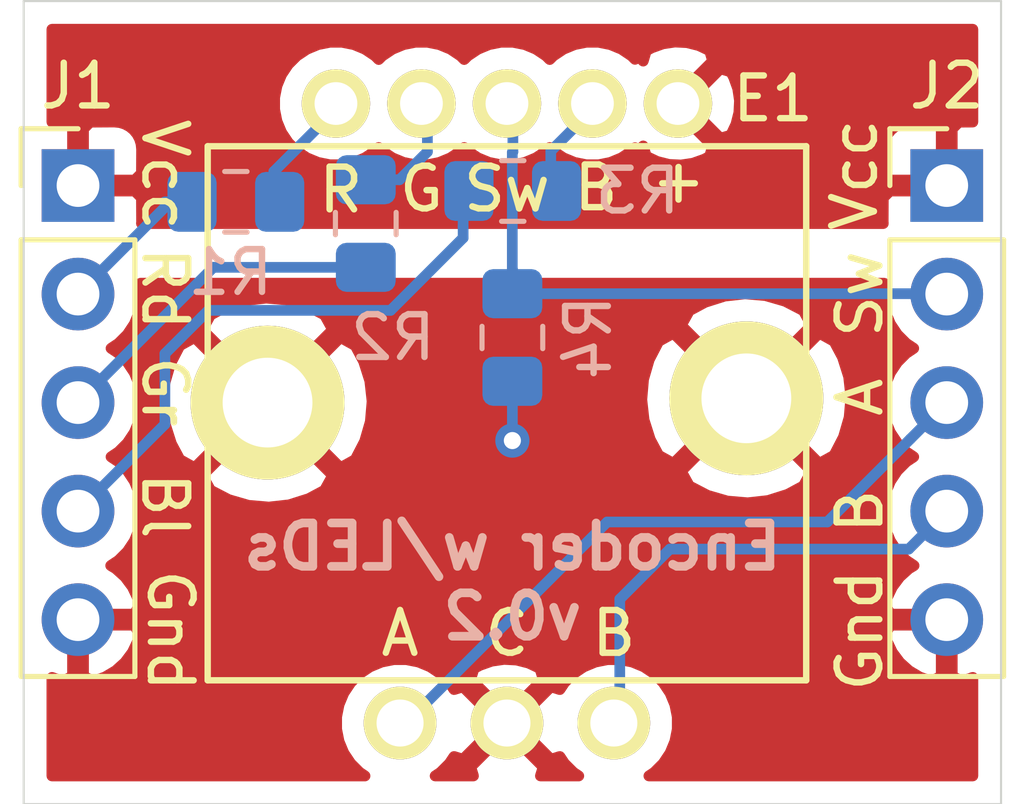
<source format=kicad_pcb>
(kicad_pcb (version 20171130) (host pcbnew "(5.1.5)-3")

  (general
    (thickness 1.6)
    (drawings 15)
    (tracks 37)
    (zones 0)
    (modules 7)
    (nets 12)
  )

  (page A4)
  (layers
    (0 F.Cu signal)
    (31 B.Cu signal)
    (32 B.Adhes user hide)
    (33 F.Adhes user hide)
    (34 B.Paste user hide)
    (35 F.Paste user hide)
    (36 B.SilkS user)
    (37 F.SilkS user)
    (38 B.Mask user)
    (39 F.Mask user)
    (40 Dwgs.User user hide)
    (41 Cmts.User user hide)
    (42 Eco1.User user hide)
    (43 Eco2.User user hide)
    (44 Edge.Cuts user)
    (45 Margin user hide)
    (46 B.CrtYd user hide)
    (47 F.CrtYd user hide)
    (48 B.Fab user hide)
    (49 F.Fab user hide)
  )

  (setup
    (last_trace_width 0.25)
    (user_trace_width 0.381)
    (trace_clearance 0.2)
    (zone_clearance 0.508)
    (zone_45_only yes)
    (trace_min 0.2)
    (via_size 0.8)
    (via_drill 0.4)
    (via_min_size 0.4)
    (via_min_drill 0.3)
    (uvia_size 0.3)
    (uvia_drill 0.1)
    (uvias_allowed no)
    (uvia_min_size 0.2)
    (uvia_min_drill 0.1)
    (edge_width 0.05)
    (segment_width 0.2)
    (pcb_text_width 0.3)
    (pcb_text_size 1.5 1.5)
    (mod_edge_width 0.12)
    (mod_text_size 1 1)
    (mod_text_width 0.15)
    (pad_size 1.524 1.524)
    (pad_drill 0.762)
    (pad_to_mask_clearance 0.051)
    (solder_mask_min_width 0.25)
    (aux_axis_origin 0 0)
    (visible_elements 7FFFFFFF)
    (pcbplotparams
      (layerselection 0x010f0_ffffffff)
      (usegerberextensions false)
      (usegerberattributes false)
      (usegerberadvancedattributes false)
      (creategerberjobfile false)
      (excludeedgelayer true)
      (linewidth 0.100000)
      (plotframeref false)
      (viasonmask false)
      (mode 1)
      (useauxorigin false)
      (hpglpennumber 1)
      (hpglpenspeed 20)
      (hpglpendiameter 15.000000)
      (psnegative false)
      (psa4output false)
      (plotreference true)
      (plotvalue true)
      (plotinvisibletext false)
      (padsonsilk false)
      (subtractmaskfromsilk false)
      (outputformat 1)
      (mirror false)
      (drillshape 0)
      (scaleselection 1)
      (outputdirectory "Gerbers/"))
  )

  (net 0 "")
  (net 1 GND)
  (net 2 VCC)
  (net 3 "Net-(J1-Pad4)")
  (net 4 "Net-(J1-Pad3)")
  (net 5 "Net-(J1-Pad2)")
  (net 6 /Rd)
  (net 7 /Gr)
  (net 8 /Bl)
  (net 9 /A)
  (net 10 /B)
  (net 11 /Sw)

  (net_class Default "This is the default net class."
    (clearance 0.2)
    (trace_width 0.25)
    (via_dia 0.8)
    (via_drill 0.4)
    (uvia_dia 0.3)
    (uvia_drill 0.1)
    (add_net /A)
    (add_net /B)
    (add_net /Bl)
    (add_net /Gr)
    (add_net /Rd)
    (add_net /Sw)
    (add_net GND)
    (add_net "Net-(J1-Pad2)")
    (add_net "Net-(J1-Pad3)")
    (add_net "Net-(J1-Pad4)")
    (add_net VCC)
  )

  (module Resistor_SMD:R_0805_2012Metric_Pad1.15x1.40mm_HandSolder (layer B.Cu) (tedit 5B36C52B) (tstamp 5F9E17CC)
    (at 197.231 128.016 270)
    (descr "Resistor SMD 0805 (2012 Metric), square (rectangular) end terminal, IPC_7351 nominal with elongated pad for handsoldering. (Body size source: https://docs.google.com/spreadsheets/d/1BsfQQcO9C6DZCsRaXUlFlo91Tg2WpOkGARC1WS5S8t0/edit?usp=sharing), generated with kicad-footprint-generator")
    (tags "resistor handsolder")
    (path /5F8693C7)
    (attr smd)
    (fp_text reference R2 (at 2.667 -0.635 180) (layer B.SilkS)
      (effects (font (size 1 1) (thickness 0.15)) (justify mirror))
    )
    (fp_text value 330 (at 0 -1.65 90) (layer B.Fab)
      (effects (font (size 1 1) (thickness 0.15)) (justify mirror))
    )
    (fp_line (start -1 -0.6) (end -1 0.6) (layer B.Fab) (width 0.1))
    (fp_line (start -1 0.6) (end 1 0.6) (layer B.Fab) (width 0.1))
    (fp_line (start 1 0.6) (end 1 -0.6) (layer B.Fab) (width 0.1))
    (fp_line (start 1 -0.6) (end -1 -0.6) (layer B.Fab) (width 0.1))
    (fp_line (start -0.261252 0.71) (end 0.261252 0.71) (layer B.SilkS) (width 0.12))
    (fp_line (start -0.261252 -0.71) (end 0.261252 -0.71) (layer B.SilkS) (width 0.12))
    (fp_line (start -1.85 -0.95) (end -1.85 0.95) (layer B.CrtYd) (width 0.05))
    (fp_line (start -1.85 0.95) (end 1.85 0.95) (layer B.CrtYd) (width 0.05))
    (fp_line (start 1.85 0.95) (end 1.85 -0.95) (layer B.CrtYd) (width 0.05))
    (fp_line (start 1.85 -0.95) (end -1.85 -0.95) (layer B.CrtYd) (width 0.05))
    (fp_text user %R (at 0 0 90) (layer B.Fab)
      (effects (font (size 0.5 0.5) (thickness 0.08)) (justify mirror))
    )
    (pad 1 smd roundrect (at -1.025 0 270) (size 1.15 1.4) (layers B.Cu B.Paste B.Mask) (roundrect_rratio 0.217391)
      (net 7 /Gr))
    (pad 2 smd roundrect (at 1.025 0 270) (size 1.15 1.4) (layers B.Cu B.Paste B.Mask) (roundrect_rratio 0.217391)
      (net 4 "Net-(J1-Pad3)"))
    (model ${KISYS3DMOD}/Resistor_SMD.3dshapes/R_0805_2012Metric.wrl
      (at (xyz 0 0 0))
      (scale (xyz 1 1 1))
      (rotate (xyz 0 0 0))
    )
  )

  (module Connector_PinHeader_2.54mm:PinHeader_1x05_P2.54mm_Vertical (layer F.Cu) (tedit 59FED5CC) (tstamp 5F86B0A2)
    (at 210.82 127.127)
    (descr "Through hole straight pin header, 1x05, 2.54mm pitch, single row")
    (tags "Through hole pin header THT 1x05 2.54mm single row")
    (path /5F86472F)
    (fp_text reference J2 (at 0 -2.33) (layer F.SilkS)
      (effects (font (size 1 1) (thickness 0.15)))
    )
    (fp_text value Conn_01x05 (at 0 12.49) (layer F.Fab)
      (effects (font (size 1 1) (thickness 0.15)))
    )
    (fp_line (start -0.635 -1.27) (end 1.27 -1.27) (layer F.Fab) (width 0.1))
    (fp_line (start 1.27 -1.27) (end 1.27 11.43) (layer F.Fab) (width 0.1))
    (fp_line (start 1.27 11.43) (end -1.27 11.43) (layer F.Fab) (width 0.1))
    (fp_line (start -1.27 11.43) (end -1.27 -0.635) (layer F.Fab) (width 0.1))
    (fp_line (start -1.27 -0.635) (end -0.635 -1.27) (layer F.Fab) (width 0.1))
    (fp_line (start -1.33 11.49) (end 1.33 11.49) (layer F.SilkS) (width 0.12))
    (fp_line (start -1.33 1.27) (end -1.33 11.49) (layer F.SilkS) (width 0.12))
    (fp_line (start 1.33 1.27) (end 1.33 11.49) (layer F.SilkS) (width 0.12))
    (fp_line (start -1.33 1.27) (end 1.33 1.27) (layer F.SilkS) (width 0.12))
    (fp_line (start -1.33 0) (end -1.33 -1.33) (layer F.SilkS) (width 0.12))
    (fp_line (start -1.33 -1.33) (end 0 -1.33) (layer F.SilkS) (width 0.12))
    (fp_line (start -1.8 -1.8) (end -1.8 11.95) (layer F.CrtYd) (width 0.05))
    (fp_line (start -1.8 11.95) (end 1.8 11.95) (layer F.CrtYd) (width 0.05))
    (fp_line (start 1.8 11.95) (end 1.8 -1.8) (layer F.CrtYd) (width 0.05))
    (fp_line (start 1.8 -1.8) (end -1.8 -1.8) (layer F.CrtYd) (width 0.05))
    (fp_text user %R (at 0 5.08 90) (layer F.Fab)
      (effects (font (size 1 1) (thickness 0.15)))
    )
    (pad 1 thru_hole rect (at 0 0) (size 1.7 1.7) (drill 1) (layers *.Cu *.Mask)
      (net 2 VCC))
    (pad 2 thru_hole oval (at 0 2.54) (size 1.7 1.7) (drill 1) (layers *.Cu *.Mask)
      (net 11 /Sw))
    (pad 3 thru_hole oval (at 0 5.08) (size 1.7 1.7) (drill 1) (layers *.Cu *.Mask)
      (net 9 /A))
    (pad 4 thru_hole oval (at 0 7.62) (size 1.7 1.7) (drill 1) (layers *.Cu *.Mask)
      (net 10 /B))
    (pad 5 thru_hole oval (at 0 10.16) (size 1.7 1.7) (drill 1) (layers *.Cu *.Mask)
      (net 1 GND))
    (model ${KISYS3DMOD}/Connector_PinHeader_2.54mm.3dshapes/PinHeader_1x05_P2.54mm_Vertical.wrl
      (at (xyz 0 0 0))
      (scale (xyz 1 1 1))
      (rotate (xyz 0 0 0))
    )
  )

  (module Connector_PinHeader_2.54mm:PinHeader_1x05_P2.54mm_Vertical (layer F.Cu) (tedit 59FED5CC) (tstamp 5F86A54C)
    (at 190.5 127.127)
    (descr "Through hole straight pin header, 1x05, 2.54mm pitch, single row")
    (tags "Through hole pin header THT 1x05 2.54mm single row")
    (path /5F864A7D)
    (fp_text reference J1 (at 0 -2.33) (layer F.SilkS)
      (effects (font (size 1 1) (thickness 0.15)))
    )
    (fp_text value Conn_01x05 (at 0 12.49) (layer F.Fab)
      (effects (font (size 1 1) (thickness 0.15)))
    )
    (fp_text user %R (at 0 5.08 90) (layer F.Fab)
      (effects (font (size 1 1) (thickness 0.15)))
    )
    (fp_line (start 1.8 -1.8) (end -1.8 -1.8) (layer F.CrtYd) (width 0.05))
    (fp_line (start 1.8 11.95) (end 1.8 -1.8) (layer F.CrtYd) (width 0.05))
    (fp_line (start -1.8 11.95) (end 1.8 11.95) (layer F.CrtYd) (width 0.05))
    (fp_line (start -1.8 -1.8) (end -1.8 11.95) (layer F.CrtYd) (width 0.05))
    (fp_line (start -1.33 -1.33) (end 0 -1.33) (layer F.SilkS) (width 0.12))
    (fp_line (start -1.33 0) (end -1.33 -1.33) (layer F.SilkS) (width 0.12))
    (fp_line (start -1.33 1.27) (end 1.33 1.27) (layer F.SilkS) (width 0.12))
    (fp_line (start 1.33 1.27) (end 1.33 11.49) (layer F.SilkS) (width 0.12))
    (fp_line (start -1.33 1.27) (end -1.33 11.49) (layer F.SilkS) (width 0.12))
    (fp_line (start -1.33 11.49) (end 1.33 11.49) (layer F.SilkS) (width 0.12))
    (fp_line (start -1.27 -0.635) (end -0.635 -1.27) (layer F.Fab) (width 0.1))
    (fp_line (start -1.27 11.43) (end -1.27 -0.635) (layer F.Fab) (width 0.1))
    (fp_line (start 1.27 11.43) (end -1.27 11.43) (layer F.Fab) (width 0.1))
    (fp_line (start 1.27 -1.27) (end 1.27 11.43) (layer F.Fab) (width 0.1))
    (fp_line (start -0.635 -1.27) (end 1.27 -1.27) (layer F.Fab) (width 0.1))
    (pad 5 thru_hole oval (at 0 10.16) (size 1.7 1.7) (drill 1) (layers *.Cu *.Mask)
      (net 1 GND))
    (pad 4 thru_hole oval (at 0 7.62) (size 1.7 1.7) (drill 1) (layers *.Cu *.Mask)
      (net 3 "Net-(J1-Pad4)"))
    (pad 3 thru_hole oval (at 0 5.08) (size 1.7 1.7) (drill 1) (layers *.Cu *.Mask)
      (net 4 "Net-(J1-Pad3)"))
    (pad 2 thru_hole oval (at 0 2.54) (size 1.7 1.7) (drill 1) (layers *.Cu *.Mask)
      (net 5 "Net-(J1-Pad2)"))
    (pad 1 thru_hole rect (at 0 0) (size 1.7 1.7) (drill 1) (layers *.Cu *.Mask)
      (net 2 VCC))
    (model ${KISYS3DMOD}/Connector_PinHeader_2.54mm.3dshapes/PinHeader_1x05_P2.54mm_Vertical.wrl
      (at (xyz 0 0 0))
      (scale (xyz 1 1 1))
      (rotate (xyz 0 0 0))
    )
  )

  (module Resistor_SMD:R_0805_2012Metric_Pad1.15x1.40mm_HandSolder (layer B.Cu) (tedit 5B36C52B) (tstamp 5F9E17BB)
    (at 200.669 127.254 180)
    (descr "Resistor SMD 0805 (2012 Metric), square (rectangular) end terminal, IPC_7351 nominal with elongated pad for handsoldering. (Body size source: https://docs.google.com/spreadsheets/d/1BsfQQcO9C6DZCsRaXUlFlo91Tg2WpOkGARC1WS5S8t0/edit?usp=sharing), generated with kicad-footprint-generator")
    (tags "resistor handsolder")
    (path /5F86A381)
    (attr smd)
    (fp_text reference R3 (at -2.921 0) (layer B.SilkS)
      (effects (font (size 1 1) (thickness 0.15)) (justify mirror))
    )
    (fp_text value 820 (at 0 -1.65) (layer B.Fab)
      (effects (font (size 1 1) (thickness 0.15)) (justify mirror))
    )
    (fp_text user %R (at 0 0) (layer B.Fab)
      (effects (font (size 0.5 0.5) (thickness 0.08)) (justify mirror))
    )
    (fp_line (start 1.85 -0.95) (end -1.85 -0.95) (layer B.CrtYd) (width 0.05))
    (fp_line (start 1.85 0.95) (end 1.85 -0.95) (layer B.CrtYd) (width 0.05))
    (fp_line (start -1.85 0.95) (end 1.85 0.95) (layer B.CrtYd) (width 0.05))
    (fp_line (start -1.85 -0.95) (end -1.85 0.95) (layer B.CrtYd) (width 0.05))
    (fp_line (start -0.261252 -0.71) (end 0.261252 -0.71) (layer B.SilkS) (width 0.12))
    (fp_line (start -0.261252 0.71) (end 0.261252 0.71) (layer B.SilkS) (width 0.12))
    (fp_line (start 1 -0.6) (end -1 -0.6) (layer B.Fab) (width 0.1))
    (fp_line (start 1 0.6) (end 1 -0.6) (layer B.Fab) (width 0.1))
    (fp_line (start -1 0.6) (end 1 0.6) (layer B.Fab) (width 0.1))
    (fp_line (start -1 -0.6) (end -1 0.6) (layer B.Fab) (width 0.1))
    (pad 2 smd roundrect (at 1.025 0 180) (size 1.15 1.4) (layers B.Cu B.Paste B.Mask) (roundrect_rratio 0.217391)
      (net 3 "Net-(J1-Pad4)"))
    (pad 1 smd roundrect (at -1.025 0 180) (size 1.15 1.4) (layers B.Cu B.Paste B.Mask) (roundrect_rratio 0.217391)
      (net 8 /Bl))
    (model ${KISYS3DMOD}/Resistor_SMD.3dshapes/R_0805_2012Metric.wrl
      (at (xyz 0 0 0))
      (scale (xyz 1 1 1))
      (rotate (xyz 0 0 0))
    )
  )

  (module Resistor_SMD:R_0805_2012Metric_Pad1.15x1.40mm_HandSolder (layer B.Cu) (tedit 5B36C52B) (tstamp 5F9E17DD)
    (at 194.192 127.508 180)
    (descr "Resistor SMD 0805 (2012 Metric), square (rectangular) end terminal, IPC_7351 nominal with elongated pad for handsoldering. (Body size source: https://docs.google.com/spreadsheets/d/1BsfQQcO9C6DZCsRaXUlFlo91Tg2WpOkGARC1WS5S8t0/edit?usp=sharing), generated with kicad-footprint-generator")
    (tags "resistor handsolder")
    (path /5F869EC1)
    (attr smd)
    (fp_text reference R1 (at 0.127 -1.651) (layer B.SilkS)
      (effects (font (size 1 1) (thickness 0.15)) (justify mirror))
    )
    (fp_text value 330 (at 0 -1.65) (layer B.Fab)
      (effects (font (size 1 1) (thickness 0.15)) (justify mirror))
    )
    (fp_line (start -1 -0.6) (end -1 0.6) (layer B.Fab) (width 0.1))
    (fp_line (start -1 0.6) (end 1 0.6) (layer B.Fab) (width 0.1))
    (fp_line (start 1 0.6) (end 1 -0.6) (layer B.Fab) (width 0.1))
    (fp_line (start 1 -0.6) (end -1 -0.6) (layer B.Fab) (width 0.1))
    (fp_line (start -0.261252 0.71) (end 0.261252 0.71) (layer B.SilkS) (width 0.12))
    (fp_line (start -0.261252 -0.71) (end 0.261252 -0.71) (layer B.SilkS) (width 0.12))
    (fp_line (start -1.85 -0.95) (end -1.85 0.95) (layer B.CrtYd) (width 0.05))
    (fp_line (start -1.85 0.95) (end 1.85 0.95) (layer B.CrtYd) (width 0.05))
    (fp_line (start 1.85 0.95) (end 1.85 -0.95) (layer B.CrtYd) (width 0.05))
    (fp_line (start 1.85 -0.95) (end -1.85 -0.95) (layer B.CrtYd) (width 0.05))
    (fp_text user %R (at 0 0) (layer B.Fab)
      (effects (font (size 0.5 0.5) (thickness 0.08)) (justify mirror))
    )
    (pad 1 smd roundrect (at -1.025 0 180) (size 1.15 1.4) (layers B.Cu B.Paste B.Mask) (roundrect_rratio 0.217391)
      (net 6 /Rd))
    (pad 2 smd roundrect (at 1.025 0 180) (size 1.15 1.4) (layers B.Cu B.Paste B.Mask) (roundrect_rratio 0.217391)
      (net 5 "Net-(J1-Pad2)"))
    (model ${KISYS3DMOD}/Resistor_SMD.3dshapes/R_0805_2012Metric.wrl
      (at (xyz 0 0 0))
      (scale (xyz 1 1 1))
      (rotate (xyz 0 0 0))
    )
  )

  (module Resistor_SMD:R_0805_2012Metric_Pad1.15x1.40mm_HandSolder (layer B.Cu) (tedit 5B36C52B) (tstamp 5F9EDE4A)
    (at 200.66 130.683 270)
    (descr "Resistor SMD 0805 (2012 Metric), square (rectangular) end terminal, IPC_7351 nominal with elongated pad for handsoldering. (Body size source: https://docs.google.com/spreadsheets/d/1BsfQQcO9C6DZCsRaXUlFlo91Tg2WpOkGARC1WS5S8t0/edit?usp=sharing), generated with kicad-footprint-generator")
    (tags "resistor handsolder")
    (path /5F9EE096)
    (attr smd)
    (fp_text reference R4 (at 0 -1.778 90) (layer B.SilkS)
      (effects (font (size 1 1) (thickness 0.15)) (justify mirror))
    )
    (fp_text value 2K (at 0 -1.65 90) (layer B.Fab)
      (effects (font (size 1 1) (thickness 0.15)) (justify mirror))
    )
    (fp_line (start -1 -0.6) (end -1 0.6) (layer B.Fab) (width 0.1))
    (fp_line (start -1 0.6) (end 1 0.6) (layer B.Fab) (width 0.1))
    (fp_line (start 1 0.6) (end 1 -0.6) (layer B.Fab) (width 0.1))
    (fp_line (start 1 -0.6) (end -1 -0.6) (layer B.Fab) (width 0.1))
    (fp_line (start -0.261252 0.71) (end 0.261252 0.71) (layer B.SilkS) (width 0.12))
    (fp_line (start -0.261252 -0.71) (end 0.261252 -0.71) (layer B.SilkS) (width 0.12))
    (fp_line (start -1.85 -0.95) (end -1.85 0.95) (layer B.CrtYd) (width 0.05))
    (fp_line (start -1.85 0.95) (end 1.85 0.95) (layer B.CrtYd) (width 0.05))
    (fp_line (start 1.85 0.95) (end 1.85 -0.95) (layer B.CrtYd) (width 0.05))
    (fp_line (start 1.85 -0.95) (end -1.85 -0.95) (layer B.CrtYd) (width 0.05))
    (fp_text user %R (at 0 0 90) (layer B.Fab)
      (effects (font (size 0.5 0.5) (thickness 0.08)) (justify mirror))
    )
    (pad 1 smd roundrect (at -1.025 0 270) (size 1.15 1.4) (layers B.Cu B.Paste B.Mask) (roundrect_rratio 0.217391)
      (net 11 /Sw))
    (pad 2 smd roundrect (at 1.025 0 270) (size 1.15 1.4) (layers B.Cu B.Paste B.Mask) (roundrect_rratio 0.217391)
      (net 1 GND))
    (model ${KISYS3DMOD}/Resistor_SMD.3dshapes/R_0805_2012Metric.wrl
      (at (xyz 0 0 0))
      (scale (xyz 1 1 1))
      (rotate (xyz 0 0 0))
    )
  )

  (module BreakoutBoards:QuadEncoder_withLEDS (layer F.Cu) (tedit 5F9EF819) (tstamp 5F9F516A)
    (at 200.533 132.207)
    (path /5FA23D15)
    (fp_text reference E1 (at 6.223 -7.112) (layer F.SilkS)
      (effects (font (size 1 1) (thickness 0.15)))
    )
    (fp_text value ROTARY_ENCDR_LIGHTED (at 0.2 -0.2) (layer F.Fab)
      (effects (font (size 1 1) (thickness 0.15)))
    )
    (fp_text user B (at 2.5 5.4) (layer F.SilkS)
      (effects (font (size 1 1) (thickness 0.15)))
    )
    (fp_text user C (at 0 5.4) (layer F.SilkS)
      (effects (font (size 1 1) (thickness 0.15)))
    )
    (fp_text user A (at -2.5 5.4) (layer F.SilkS)
      (effects (font (size 1 1) (thickness 0.15)))
    )
    (fp_text user B (at 2.0828 -5.0292) (layer F.SilkS)
      (effects (font (size 1 1) (thickness 0.15)))
    )
    (fp_text user R (at -3.8862 -4.9784) (layer F.SilkS)
      (effects (font (size 1 1) (thickness 0.15)))
    )
    (fp_line (start 7 -6) (end -7 -6) (layer F.SilkS) (width 0.15))
    (fp_line (start 7 6.5) (end 7 -6) (layer F.SilkS) (width 0.15))
    (fp_line (start -7 6.5) (end 7 6.5) (layer F.SilkS) (width 0.15))
    (fp_line (start -7 -6) (end -7 6.5) (layer F.SilkS) (width 0.15))
    (fp_text user G (at -2 -5) (layer F.SilkS)
      (effects (font (size 1 1) (thickness 0.15)))
    )
    (fp_text user Sw (at 0 -5) (layer F.SilkS)
      (effects (font (size 1 1) (thickness 0.15)))
    )
    (fp_text user + (at 4.0132 -5.207) (layer F.SilkS)
      (effects (font (size 1 1) (thickness 0.15)))
    )
    (pad 4 thru_hole circle (at 2 -7) (size 1.6 1.6) (drill 1) (layers *.Cu *.Mask F.SilkS)
      (net 8 /Bl))
    (pad 2 thru_hole circle (at -2 -7) (size 1.6 1.6) (drill 1) (layers *.Cu *.Mask F.SilkS)
      (net 7 /Gr))
    (pad 7 thru_hole circle (at 0 7.5) (size 1.7 1.7) (drill 1.1) (layers *.Cu *.Mask F.SilkS)
      (net 1 GND))
    (pad 9 thru_hole circle (at -5.6 0) (size 3.6 3.6) (drill 2.1) (layers *.Cu *.Mask F.SilkS)
      (net 1 GND))
    (pad 8 thru_hole circle (at -2.5 7.5) (size 1.7 1.7) (drill 1.1) (layers *.Cu *.Mask F.SilkS)
      (net 9 /A))
    (pad 6 thru_hole circle (at 2.5 7.5) (size 1.7 1.7) (drill 1.1) (layers *.Cu *.Mask F.SilkS)
      (net 10 /B))
    (pad 3 thru_hole circle (at 0 -7) (size 1.6 1.6) (drill 1) (layers *.Cu *.Mask F.SilkS)
      (net 11 /Sw))
    (pad 5 thru_hole circle (at 4 -7) (size 1.6 1.6) (drill 1) (layers *.Cu *.Mask F.SilkS)
      (net 2 VCC))
    (pad 1 thru_hole circle (at -4 -7) (size 1.6 1.6) (drill 1) (layers *.Cu *.Mask F.SilkS)
      (net 6 /Rd))
    (pad 10 thru_hole circle (at 5.6 -0.1) (size 3.6 3.6) (drill 2.1) (layers *.Cu *.Mask F.SilkS)
      (net 1 GND))
    (model D:/Apps/ioProto16/ioProto16/ioProto16.pretty/QuadratureEncoder.wrl
      (offset (xyz 0 0 -1.574799976348877))
      (scale (xyz 0.4 0.4 0.4))
      (rotate (xyz -90 0 0))
    )
  )

  (gr_text "Encoder w/LEDs\nv0.2" (at 200.66 136.398) (layer B.SilkS)
    (effects (font (size 1.016 1.016) (thickness 0.2032)) (justify mirror))
  )
  (gr_text Vcc (at 208.661 126.873 90) (layer F.SilkS) (tstamp 5F9E0BA4)
    (effects (font (size 1 1) (thickness 0.15)))
  )
  (gr_line (start 189.23 141.605) (end 189.23 122.809) (layer Edge.Cuts) (width 0.05))
  (gr_line (start 212.09 141.605) (end 189.23 141.605) (layer Edge.Cuts) (width 0.05))
  (gr_line (start 212.09 122.809) (end 212.09 141.605) (layer Edge.Cuts) (width 0.05))
  (gr_line (start 189.23 122.809) (end 212.09 122.809) (layer Edge.Cuts) (width 0.05))
  (gr_text Gnd (at 208.788 137.541 90) (layer F.SilkS) (tstamp 5F86BD54)
    (effects (font (size 1 1) (thickness 0.15)))
  )
  (gr_text Sw (at 208.788 129.667 90) (layer F.SilkS) (tstamp 5F86BCEC)
    (effects (font (size 1 1) (thickness 0.15)))
  )
  (gr_text B (at 208.788 134.747 90) (layer F.SilkS) (tstamp 5F86BCEC)
    (effects (font (size 1 1) (thickness 0.15)))
  )
  (gr_text A (at 208.788 132.08 90) (layer F.SilkS) (tstamp 5F86BD6E)
    (effects (font (size 1 1) (thickness 0.15)))
  )
  (gr_text Vcc (at 192.532 126.873 270) (layer F.SilkS) (tstamp 5F86BCEC)
    (effects (font (size 1 1) (thickness 0.15)))
  )
  (gr_text Gnd (at 192.659 137.541 270) (layer F.SilkS) (tstamp 5F86BCEC)
    (effects (font (size 1 1) (thickness 0.15)))
  )
  (gr_text Bl (at 192.532 134.62 270) (layer F.SilkS) (tstamp 5F86BCEC)
    (effects (font (size 1 1) (thickness 0.15)))
  )
  (gr_text Gr (at 192.532 131.953 270) (layer F.SilkS) (tstamp 5F86BCEC)
    (effects (font (size 1 1) (thickness 0.15)))
  )
  (gr_text Rd (at 192.532 129.54 270) (layer F.SilkS) (tstamp 5F86BD38)
    (effects (font (size 1 1) (thickness 0.15)))
  )

  (via (at 200.66 133.096) (size 0.8) (drill 0.4) (layers F.Cu B.Cu) (net 1))
  (segment (start 200.66 131.708) (end 200.66 133.096) (width 0.25) (layer B.Cu) (net 1))
  (segment (start 199.508 128.081) (end 199.508 127.381) (width 0.25) (layer B.Cu) (net 3))
  (segment (start 199.508 128.35219) (end 199.508 128.081) (width 0.25) (layer B.Cu) (net 3))
  (segment (start 192.532 132.715) (end 192.532 131.064) (width 0.25) (layer B.Cu) (net 3))
  (segment (start 193.548 130.048) (end 197.81219 130.048) (width 0.25) (layer B.Cu) (net 3))
  (segment (start 190.5 134.747) (end 192.532 132.715) (width 0.25) (layer B.Cu) (net 3))
  (segment (start 197.81219 130.048) (end 199.508 128.35219) (width 0.25) (layer B.Cu) (net 3))
  (segment (start 192.532 131.064) (end 193.548 130.048) (width 0.25) (layer B.Cu) (net 3))
  (segment (start 193.666 129.041) (end 197.231 129.041) (width 0.25) (layer B.Cu) (net 4))
  (segment (start 190.5 132.207) (end 193.666 129.041) (width 0.25) (layer B.Cu) (net 4))
  (segment (start 192.532 127.508) (end 193.031 127.508) (width 0.25) (layer B.Cu) (net 5))
  (segment (start 192.659 127.508) (end 193.031 127.508) (width 0.25) (layer B.Cu) (net 5))
  (segment (start 190.5 129.667) (end 192.659 127.508) (width 0.25) (layer B.Cu) (net 5))
  (segment (start 195.081 126.798) (end 196.672 125.207) (width 0.25) (layer B.Cu) (net 6))
  (segment (start 195.081 127.508) (end 195.081 126.798) (width 0.25) (layer B.Cu) (net 6))
  (segment (start 198.672 126.33837) (end 198.672 125.207) (width 0.25) (layer B.Cu) (net 7))
  (segment (start 198.01937 126.991) (end 198.672 126.33837) (width 0.25) (layer B.Cu) (net 7))
  (segment (start 197.231 126.991) (end 198.01937 126.991) (width 0.25) (layer B.Cu) (net 7))
  (segment (start 201.558 126.321) (end 201.558 127.381) (width 0.25) (layer B.Cu) (net 8))
  (segment (start 202.672 125.207) (end 201.558 126.321) (width 0.25) (layer B.Cu) (net 8))
  (segment (start 209.970001 133.056999) (end 210.82 132.207) (width 0.25) (layer B.Cu) (net 9))
  (segment (start 208.026 135.001) (end 209.970001 133.056999) (width 0.25) (layer B.Cu) (net 9))
  (segment (start 198.172 139.707) (end 202.878 135.001) (width 0.25) (layer B.Cu) (net 9))
  (segment (start 202.878 135.001) (end 208.026 135.001) (width 0.25) (layer B.Cu) (net 9))
  (segment (start 209.931 135.636) (end 210.82 134.747) (width 0.25) (layer B.Cu) (net 10))
  (segment (start 204.343 135.636) (end 209.931 135.636) (width 0.25) (layer B.Cu) (net 10))
  (segment (start 203.172 139.707) (end 203.172 136.807) (width 0.25) (layer B.Cu) (net 10))
  (segment (start 203.172 136.807) (end 204.343 135.636) (width 0.25) (layer B.Cu) (net 10))
  (segment (start 210.702 129.658) (end 210.82 129.54) (width 0.25) (layer B.Cu) (net 11))
  (segment (start 200.66 129.083) (end 200.66 129.658) (width 0.25) (layer B.Cu) (net 11))
  (segment (start 200.65799 129.08099) (end 200.66 129.083) (width 0.25) (layer B.Cu) (net 11))
  (segment (start 200.65799 126.35238) (end 200.65799 129.08099) (width 0.25) (layer B.Cu) (net 11))
  (segment (start 200.672 126.33837) (end 200.65799 126.35238) (width 0.25) (layer B.Cu) (net 11))
  (segment (start 200.672 125.207) (end 200.672 126.33837) (width 0.25) (layer B.Cu) (net 11))
  (segment (start 210.811 129.658) (end 210.82 129.667) (width 0.25) (layer B.Cu) (net 11))
  (segment (start 200.66 129.658) (end 210.811 129.658) (width 0.25) (layer B.Cu) (net 11))

  (zone (net 2) (net_name VCC) (layer F.Cu) (tstamp 5F9F4D93) (hatch edge 0.508)
    (connect_pads (clearance 0.508))
    (min_thickness 0.254)
    (fill yes (arc_segments 32) (thermal_gap 0.508) (thermal_bridge_width 0.508))
    (polygon
      (pts
        (xy 212.09 128.143) (xy 189.23 128.143) (xy 189.234754 122.809) (xy 212.094754 122.809)
      )
    )
    (filled_polygon
      (pts
        (xy 211.43 125.640235) (xy 211.10575 125.642) (xy 210.947 125.80075) (xy 210.947 127) (xy 210.967 127)
        (xy 210.967 127.254) (xy 210.947 127.254) (xy 210.947 127.274) (xy 210.693 127.274) (xy 210.693 127.254)
        (xy 209.49375 127.254) (xy 209.335 127.41275) (xy 209.331928 127.977) (xy 209.335769 128.016) (xy 191.984231 128.016)
        (xy 191.988072 127.977) (xy 191.985 127.41275) (xy 191.82625 127.254) (xy 190.627 127.254) (xy 190.627 127.274)
        (xy 190.373 127.274) (xy 190.373 127.254) (xy 190.353 127.254) (xy 190.353 127) (xy 190.373 127)
        (xy 190.373 125.80075) (xy 190.627 125.80075) (xy 190.627 127) (xy 191.82625 127) (xy 191.985 126.84125)
        (xy 191.988072 126.277) (xy 191.975812 126.152518) (xy 191.939502 126.03282) (xy 191.880537 125.922506) (xy 191.801185 125.825815)
        (xy 191.704494 125.746463) (xy 191.59418 125.687498) (xy 191.474482 125.651188) (xy 191.35 125.638928) (xy 190.78575 125.642)
        (xy 190.627 125.80075) (xy 190.373 125.80075) (xy 190.21425 125.642) (xy 189.89 125.640235) (xy 189.89 125.065665)
        (xy 195.098 125.065665) (xy 195.098 125.348335) (xy 195.153147 125.625574) (xy 195.26132 125.886727) (xy 195.418363 126.121759)
        (xy 195.618241 126.321637) (xy 195.853273 126.47868) (xy 196.114426 126.586853) (xy 196.391665 126.642) (xy 196.674335 126.642)
        (xy 196.951574 126.586853) (xy 197.212727 126.47868) (xy 197.447759 126.321637) (xy 197.533 126.236396) (xy 197.618241 126.321637)
        (xy 197.853273 126.47868) (xy 198.114426 126.586853) (xy 198.391665 126.642) (xy 198.674335 126.642) (xy 198.951574 126.586853)
        (xy 199.212727 126.47868) (xy 199.447759 126.321637) (xy 199.533 126.236396) (xy 199.618241 126.321637) (xy 199.853273 126.47868)
        (xy 200.114426 126.586853) (xy 200.391665 126.642) (xy 200.674335 126.642) (xy 200.951574 126.586853) (xy 201.212727 126.47868)
        (xy 201.447759 126.321637) (xy 201.533 126.236396) (xy 201.618241 126.321637) (xy 201.853273 126.47868) (xy 202.114426 126.586853)
        (xy 202.391665 126.642) (xy 202.674335 126.642) (xy 202.951574 126.586853) (xy 203.212727 126.47868) (xy 203.447759 126.321637)
        (xy 203.528525 126.240872) (xy 203.60363 126.315977) (xy 203.719903 126.199704) (xy 203.791486 126.443671) (xy 204.046996 126.564571)
        (xy 204.321184 126.6333) (xy 204.603512 126.647217) (xy 204.88313 126.605787) (xy 205.149292 126.510603) (xy 205.274514 126.443671)
        (xy 205.323416 126.277) (xy 209.331928 126.277) (xy 209.335 126.84125) (xy 209.49375 127) (xy 210.693 127)
        (xy 210.693 125.80075) (xy 210.53425 125.642) (xy 209.97 125.638928) (xy 209.845518 125.651188) (xy 209.72582 125.687498)
        (xy 209.615506 125.746463) (xy 209.518815 125.825815) (xy 209.439463 125.922506) (xy 209.380498 126.03282) (xy 209.344188 126.152518)
        (xy 209.331928 126.277) (xy 205.323416 126.277) (xy 205.346097 126.199702) (xy 204.533 125.386605) (xy 204.518858 125.400748)
        (xy 204.339253 125.221143) (xy 204.353395 125.207) (xy 204.712605 125.207) (xy 205.525702 126.020097) (xy 205.769671 125.948514)
        (xy 205.890571 125.693004) (xy 205.9593 125.418816) (xy 205.973217 125.136488) (xy 205.931787 124.85687) (xy 205.836603 124.590708)
        (xy 205.769671 124.465486) (xy 205.525702 124.393903) (xy 204.712605 125.207) (xy 204.353395 125.207) (xy 204.339253 125.192858)
        (xy 204.518858 125.013253) (xy 204.533 125.027395) (xy 205.346097 124.214298) (xy 205.274514 123.970329) (xy 205.019004 123.849429)
        (xy 204.744816 123.7807) (xy 204.462488 123.766783) (xy 204.18287 123.808213) (xy 203.916708 123.903397) (xy 203.791486 123.970329)
        (xy 203.719903 124.214296) (xy 203.60363 124.098023) (xy 203.528525 124.173129) (xy 203.447759 124.092363) (xy 203.212727 123.93532)
        (xy 202.951574 123.827147) (xy 202.674335 123.772) (xy 202.391665 123.772) (xy 202.114426 123.827147) (xy 201.853273 123.93532)
        (xy 201.618241 124.092363) (xy 201.533 124.177604) (xy 201.447759 124.092363) (xy 201.212727 123.93532) (xy 200.951574 123.827147)
        (xy 200.674335 123.772) (xy 200.391665 123.772) (xy 200.114426 123.827147) (xy 199.853273 123.93532) (xy 199.618241 124.092363)
        (xy 199.533 124.177604) (xy 199.447759 124.092363) (xy 199.212727 123.93532) (xy 198.951574 123.827147) (xy 198.674335 123.772)
        (xy 198.391665 123.772) (xy 198.114426 123.827147) (xy 197.853273 123.93532) (xy 197.618241 124.092363) (xy 197.533 124.177604)
        (xy 197.447759 124.092363) (xy 197.212727 123.93532) (xy 196.951574 123.827147) (xy 196.674335 123.772) (xy 196.391665 123.772)
        (xy 196.114426 123.827147) (xy 195.853273 123.93532) (xy 195.618241 124.092363) (xy 195.418363 124.292241) (xy 195.26132 124.527273)
        (xy 195.153147 124.788426) (xy 195.098 125.065665) (xy 189.89 125.065665) (xy 189.89 123.469) (xy 211.43 123.469)
      )
    )
  )
  (zone (net 1) (net_name GND) (layer F.Cu) (tstamp 5F9F4D90) (hatch edge 0.508)
    (connect_pads (clearance 0.508))
    (min_thickness 0.254)
    (fill yes (arc_segments 32) (thermal_gap 0.508) (thermal_bridge_width 0.508))
    (polygon
      (pts
        (xy 212.09 141.605) (xy 189.23 141.605) (xy 189.23 129.286) (xy 212.09 129.286)
      )
    )
    (filled_polygon
      (pts
        (xy 209.335 129.52074) (xy 209.335 129.81326) (xy 209.392068 130.100158) (xy 209.50401 130.370411) (xy 209.666525 130.613632)
        (xy 209.873368 130.820475) (xy 210.04776 130.937) (xy 209.873368 131.053525) (xy 209.666525 131.260368) (xy 209.50401 131.503589)
        (xy 209.392068 131.773842) (xy 209.335 132.06074) (xy 209.335 132.35326) (xy 209.392068 132.640158) (xy 209.50401 132.910411)
        (xy 209.666525 133.153632) (xy 209.873368 133.360475) (xy 210.04776 133.477) (xy 209.873368 133.593525) (xy 209.666525 133.800368)
        (xy 209.50401 134.043589) (xy 209.392068 134.313842) (xy 209.335 134.60074) (xy 209.335 134.89326) (xy 209.392068 135.180158)
        (xy 209.50401 135.450411) (xy 209.666525 135.693632) (xy 209.873368 135.900475) (xy 210.055534 136.022195) (xy 209.938645 136.091822)
        (xy 209.722412 136.286731) (xy 209.548359 136.52008) (xy 209.423175 136.782901) (xy 209.378524 136.93011) (xy 209.499845 137.16)
        (xy 210.693 137.16) (xy 210.693 137.14) (xy 210.947 137.14) (xy 210.947 137.16) (xy 210.967 137.16)
        (xy 210.967 137.414) (xy 210.947 137.414) (xy 210.947 138.607814) (xy 211.176891 138.728481) (xy 211.430001 138.638695)
        (xy 211.430001 140.945) (xy 203.853131 140.945) (xy 203.979632 140.860475) (xy 204.186475 140.653632) (xy 204.34899 140.410411)
        (xy 204.460932 140.140158) (xy 204.518 139.85326) (xy 204.518 139.56074) (xy 204.460932 139.273842) (xy 204.34899 139.003589)
        (xy 204.186475 138.760368) (xy 203.979632 138.553525) (xy 203.736411 138.39101) (xy 203.466158 138.279068) (xy 203.17926 138.222)
        (xy 202.88674 138.222) (xy 202.599842 138.279068) (xy 202.329589 138.39101) (xy 202.086368 138.553525) (xy 201.879525 138.760368)
        (xy 201.770584 138.92341) (xy 201.561397 138.858208) (xy 200.712605 139.707) (xy 201.561397 140.555792) (xy 201.770584 140.49059)
        (xy 201.879525 140.653632) (xy 202.086368 140.860475) (xy 202.212869 140.945) (xy 201.31646 140.945) (xy 201.381792 140.735397)
        (xy 200.533 139.886605) (xy 199.684208 140.735397) (xy 199.74954 140.945) (xy 198.853131 140.945) (xy 198.979632 140.860475)
        (xy 199.186475 140.653632) (xy 199.295416 140.49059) (xy 199.504603 140.555792) (xy 200.353395 139.707) (xy 199.504603 138.858208)
        (xy 199.295416 138.92341) (xy 199.186475 138.760368) (xy 199.10471 138.678603) (xy 199.684208 138.678603) (xy 200.533 139.527395)
        (xy 201.381792 138.678603) (xy 201.304157 138.429528) (xy 201.040117 138.303629) (xy 200.756589 138.231661) (xy 200.464469 138.216389)
        (xy 200.174981 138.258401) (xy 199.899253 138.356081) (xy 199.761843 138.429528) (xy 199.684208 138.678603) (xy 199.10471 138.678603)
        (xy 198.979632 138.553525) (xy 198.736411 138.39101) (xy 198.466158 138.279068) (xy 198.17926 138.222) (xy 197.88674 138.222)
        (xy 197.599842 138.279068) (xy 197.329589 138.39101) (xy 197.086368 138.553525) (xy 196.879525 138.760368) (xy 196.71701 139.003589)
        (xy 196.605068 139.273842) (xy 196.548 139.56074) (xy 196.548 139.85326) (xy 196.605068 140.140158) (xy 196.71701 140.410411)
        (xy 196.879525 140.653632) (xy 197.086368 140.860475) (xy 197.212869 140.945) (xy 189.89 140.945) (xy 189.89 138.638696)
        (xy 190.143109 138.728481) (xy 190.373 138.607814) (xy 190.373 137.414) (xy 190.627 137.414) (xy 190.627 138.607814)
        (xy 190.856891 138.728481) (xy 191.131252 138.631157) (xy 191.381355 138.482178) (xy 191.597588 138.287269) (xy 191.771641 138.05392)
        (xy 191.896825 137.791099) (xy 191.941476 137.64389) (xy 209.378524 137.64389) (xy 209.423175 137.791099) (xy 209.548359 138.05392)
        (xy 209.722412 138.287269) (xy 209.938645 138.482178) (xy 210.188748 138.631157) (xy 210.463109 138.728481) (xy 210.693 138.607814)
        (xy 210.693 137.414) (xy 209.499845 137.414) (xy 209.378524 137.64389) (xy 191.941476 137.64389) (xy 191.820155 137.414)
        (xy 190.627 137.414) (xy 190.373 137.414) (xy 190.353 137.414) (xy 190.353 137.16) (xy 190.373 137.16)
        (xy 190.373 137.14) (xy 190.627 137.14) (xy 190.627 137.16) (xy 191.820155 137.16) (xy 191.941476 136.93011)
        (xy 191.896825 136.782901) (xy 191.771641 136.52008) (xy 191.597588 136.286731) (xy 191.381355 136.091822) (xy 191.264466 136.022195)
        (xy 191.446632 135.900475) (xy 191.653475 135.693632) (xy 191.81599 135.450411) (xy 191.927932 135.180158) (xy 191.985 134.89326)
        (xy 191.985 134.60074) (xy 191.927932 134.313842) (xy 191.81599 134.043589) (xy 191.728194 133.912192) (xy 193.407414 133.912192)
        (xy 193.599502 134.258469) (xy 194.025346 134.479203) (xy 194.486071 134.612618) (xy 194.963971 134.653585) (xy 195.440681 134.600532)
        (xy 195.897881 134.455498) (xy 196.266498 134.258469) (xy 196.458586 133.912192) (xy 196.358587 133.812192) (xy 204.607414 133.812192)
        (xy 204.799502 134.158469) (xy 205.225346 134.379203) (xy 205.686071 134.512618) (xy 206.163971 134.553585) (xy 206.640681 134.500532)
        (xy 207.097881 134.355498) (xy 207.466498 134.158469) (xy 207.658586 133.812192) (xy 206.133 132.286605) (xy 204.607414 133.812192)
        (xy 196.358587 133.812192) (xy 194.933 132.386605) (xy 193.407414 133.912192) (xy 191.728194 133.912192) (xy 191.653475 133.800368)
        (xy 191.446632 133.593525) (xy 191.27224 133.477) (xy 191.446632 133.360475) (xy 191.653475 133.153632) (xy 191.81599 132.910411)
        (xy 191.927932 132.640158) (xy 191.985 132.35326) (xy 191.985 132.237971) (xy 192.486415 132.237971) (xy 192.539468 132.714681)
        (xy 192.684502 133.171881) (xy 192.881531 133.540498) (xy 193.227808 133.732586) (xy 194.753395 132.207) (xy 195.112605 132.207)
        (xy 196.638192 133.732586) (xy 196.984469 133.540498) (xy 197.205203 133.114654) (xy 197.338618 132.653929) (xy 197.379585 132.176029)
        (xy 197.37535 132.137971) (xy 203.686415 132.137971) (xy 203.739468 132.614681) (xy 203.884502 133.071881) (xy 204.081531 133.440498)
        (xy 204.427808 133.632586) (xy 205.953395 132.107) (xy 206.312605 132.107) (xy 207.838192 133.632586) (xy 208.184469 133.440498)
        (xy 208.405203 133.014654) (xy 208.538618 132.553929) (xy 208.579585 132.076029) (xy 208.526532 131.599319) (xy 208.381498 131.142119)
        (xy 208.184469 130.773502) (xy 207.838192 130.581414) (xy 206.312605 132.107) (xy 205.953395 132.107) (xy 204.427808 130.581414)
        (xy 204.081531 130.773502) (xy 203.860797 131.199346) (xy 203.727382 131.660071) (xy 203.686415 132.137971) (xy 197.37535 132.137971)
        (xy 197.326532 131.699319) (xy 197.181498 131.242119) (xy 196.984469 130.873502) (xy 196.638192 130.681414) (xy 195.112605 132.207)
        (xy 194.753395 132.207) (xy 193.227808 130.681414) (xy 192.881531 130.873502) (xy 192.660797 131.299346) (xy 192.527382 131.760071)
        (xy 192.486415 132.237971) (xy 191.985 132.237971) (xy 191.985 132.06074) (xy 191.927932 131.773842) (xy 191.81599 131.503589)
        (xy 191.653475 131.260368) (xy 191.446632 131.053525) (xy 191.27224 130.937) (xy 191.446632 130.820475) (xy 191.653475 130.613632)
        (xy 191.728193 130.501808) (xy 193.407414 130.501808) (xy 194.933 132.027395) (xy 196.458586 130.501808) (xy 196.403114 130.401808)
        (xy 204.607414 130.401808) (xy 206.133 131.927395) (xy 207.658586 130.401808) (xy 207.466498 130.055531) (xy 207.040654 129.834797)
        (xy 206.579929 129.701382) (xy 206.102029 129.660415) (xy 205.625319 129.713468) (xy 205.168119 129.858502) (xy 204.799502 130.055531)
        (xy 204.607414 130.401808) (xy 196.403114 130.401808) (xy 196.266498 130.155531) (xy 195.840654 129.934797) (xy 195.379929 129.801382)
        (xy 194.902029 129.760415) (xy 194.425319 129.813468) (xy 193.968119 129.958502) (xy 193.599502 130.155531) (xy 193.407414 130.501808)
        (xy 191.728193 130.501808) (xy 191.81599 130.370411) (xy 191.927932 130.100158) (xy 191.985 129.81326) (xy 191.985 129.52074)
        (xy 191.963569 129.413) (xy 209.356431 129.413)
      )
    )
  )
)

</source>
